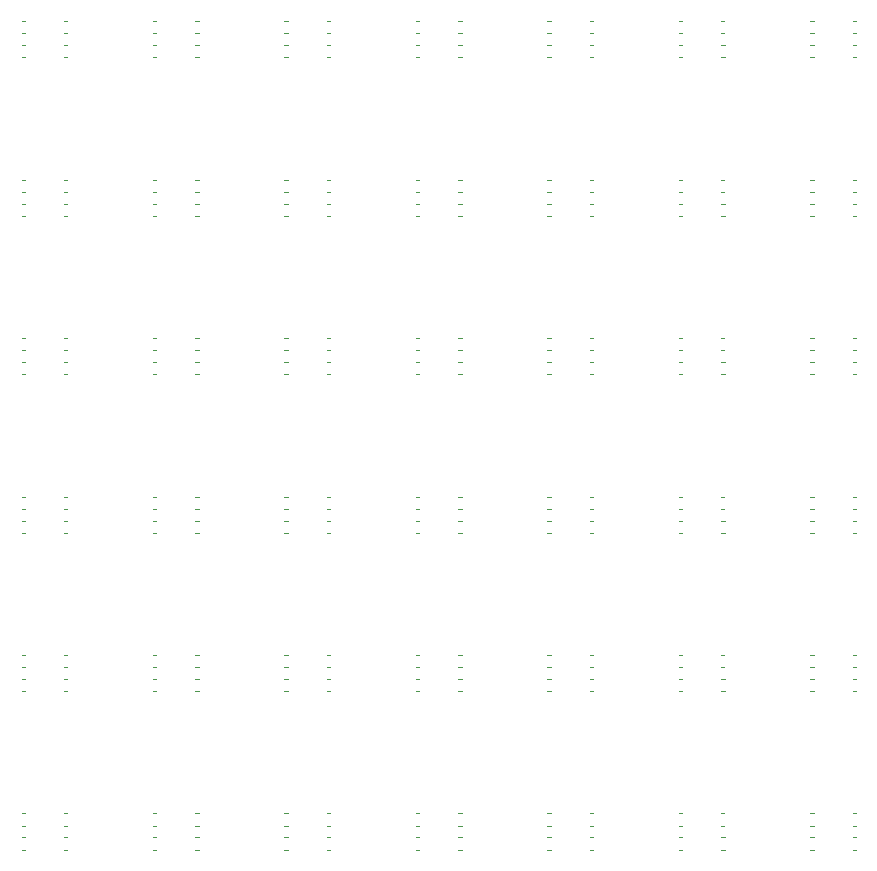
<source format=gbr>
%TF.GenerationSoftware,KiCad,Pcbnew,(6.0.5-0)*%
%TF.CreationDate,2022-12-26T11:12:43+01:00*%
%TF.ProjectId,panel,70616e65-6c2e-46b6-9963-61645f706362,rev?*%
%TF.SameCoordinates,Original*%
%TF.FileFunction,Legend,Bot*%
%TF.FilePolarity,Positive*%
%FSLAX46Y46*%
G04 Gerber Fmt 4.6, Leading zero omitted, Abs format (unit mm)*
G04 Created by KiCad (PCBNEW (6.0.5-0)) date 2022-12-26 11:12:43*
%MOMM*%
%LPD*%
G01*
G04 APERTURE LIST*
%ADD10C,0.120000*%
G04 APERTURE END LIST*
D10*
%TO.C,C1*%
X84626380Y-74369000D02*
X84345220Y-74369000D01*
X84626380Y-75389000D02*
X84345220Y-75389000D01*
X40114380Y-75389000D02*
X39833220Y-75389000D01*
X40114380Y-74369000D02*
X39833220Y-74369000D01*
%TO.C,C3*%
X87939620Y-21733000D02*
X88220780Y-21733000D01*
X87939620Y-20713000D02*
X88220780Y-20713000D01*
X43427620Y-47541000D02*
X43708780Y-47541000D01*
X43427620Y-48561000D02*
X43708780Y-48561000D01*
%TO.C,C1*%
X84626380Y-48561000D02*
X84345220Y-48561000D01*
X84626380Y-47541000D02*
X84345220Y-47541000D01*
%TO.C,C2*%
X84626380Y-85751000D02*
X84345220Y-85751000D01*
X84626380Y-86771000D02*
X84345220Y-86771000D01*
%TO.C,C3*%
X32299620Y-75389000D02*
X32580780Y-75389000D01*
X32299620Y-74369000D02*
X32580780Y-74369000D01*
%TO.C,C1*%
X28986380Y-61975000D02*
X28705220Y-61975000D01*
X28986380Y-60955000D02*
X28705220Y-60955000D01*
%TO.C,C2*%
X62370380Y-45509000D02*
X62089220Y-45509000D01*
X62370380Y-46529000D02*
X62089220Y-46529000D01*
%TO.C,C3*%
X65683620Y-21733000D02*
X65964780Y-21733000D01*
X65683620Y-20713000D02*
X65964780Y-20713000D01*
%TO.C,C2*%
X51242380Y-18681000D02*
X50961220Y-18681000D01*
X51242380Y-19701000D02*
X50961220Y-19701000D01*
%TO.C,C4*%
X32567780Y-32095000D02*
X32286620Y-32095000D01*
X32567780Y-33115000D02*
X32286620Y-33115000D01*
%TO.C,C1*%
X40114380Y-47541000D02*
X39833220Y-47541000D01*
X40114380Y-48561000D02*
X39833220Y-48561000D01*
%TO.C,C4*%
X43695780Y-72337000D02*
X43414620Y-72337000D01*
X43695780Y-73357000D02*
X43414620Y-73357000D01*
%TO.C,C2*%
X51242380Y-58923000D02*
X50961220Y-58923000D01*
X51242380Y-59943000D02*
X50961220Y-59943000D01*
%TO.C,C4*%
X88207780Y-72337000D02*
X87926620Y-72337000D01*
X88207780Y-73357000D02*
X87926620Y-73357000D01*
%TO.C,C1*%
X84626380Y-60955000D02*
X84345220Y-60955000D01*
X84626380Y-61975000D02*
X84345220Y-61975000D01*
%TO.C,C4*%
X77079780Y-46529000D02*
X76798620Y-46529000D01*
X77079780Y-45509000D02*
X76798620Y-45509000D01*
%TO.C,C3*%
X32299620Y-87783000D02*
X32580780Y-87783000D01*
X32299620Y-88803000D02*
X32580780Y-88803000D01*
%TO.C,C2*%
X40114380Y-58923000D02*
X39833220Y-58923000D01*
X40114380Y-59943000D02*
X39833220Y-59943000D01*
%TO.C,C4*%
X54823780Y-45509000D02*
X54542620Y-45509000D01*
X54823780Y-46529000D02*
X54542620Y-46529000D01*
X43695780Y-18681000D02*
X43414620Y-18681000D01*
X43695780Y-19701000D02*
X43414620Y-19701000D01*
X77079780Y-58923000D02*
X76798620Y-58923000D01*
X77079780Y-59943000D02*
X76798620Y-59943000D01*
%TO.C,C2*%
X28986380Y-33115000D02*
X28705220Y-33115000D01*
X28986380Y-32095000D02*
X28705220Y-32095000D01*
%TO.C,C3*%
X76811620Y-35147000D02*
X77092780Y-35147000D01*
X76811620Y-34127000D02*
X77092780Y-34127000D01*
%TO.C,C1*%
X40114380Y-20713000D02*
X39833220Y-20713000D01*
X40114380Y-21733000D02*
X39833220Y-21733000D01*
%TO.C,C2*%
X40114380Y-73357000D02*
X39833220Y-73357000D01*
X40114380Y-72337000D02*
X39833220Y-72337000D01*
%TO.C,C1*%
X28986380Y-34127000D02*
X28705220Y-34127000D01*
X28986380Y-35147000D02*
X28705220Y-35147000D01*
%TO.C,C4*%
X54823780Y-32095000D02*
X54542620Y-32095000D01*
X54823780Y-33115000D02*
X54542620Y-33115000D01*
%TO.C,C3*%
X76811620Y-88803000D02*
X77092780Y-88803000D01*
X76811620Y-87783000D02*
X77092780Y-87783000D01*
%TO.C,C1*%
X51242380Y-87783000D02*
X50961220Y-87783000D01*
X51242380Y-88803000D02*
X50961220Y-88803000D01*
X28986380Y-21733000D02*
X28705220Y-21733000D01*
X28986380Y-20713000D02*
X28705220Y-20713000D01*
%TO.C,C3*%
X65683620Y-87783000D02*
X65964780Y-87783000D01*
X65683620Y-88803000D02*
X65964780Y-88803000D01*
%TO.C,C4*%
X88207780Y-33115000D02*
X87926620Y-33115000D01*
X88207780Y-32095000D02*
X87926620Y-32095000D01*
%TO.C,C3*%
X76811620Y-21733000D02*
X77092780Y-21733000D01*
X76811620Y-20713000D02*
X77092780Y-20713000D01*
%TO.C,C2*%
X73498380Y-18681000D02*
X73217220Y-18681000D01*
X73498380Y-19701000D02*
X73217220Y-19701000D01*
%TO.C,C1*%
X84626380Y-20713000D02*
X84345220Y-20713000D01*
X84626380Y-21733000D02*
X84345220Y-21733000D01*
X51242380Y-21733000D02*
X50961220Y-21733000D01*
X51242380Y-20713000D02*
X50961220Y-20713000D01*
%TO.C,C2*%
X51242380Y-33115000D02*
X50961220Y-33115000D01*
X51242380Y-32095000D02*
X50961220Y-32095000D01*
%TO.C,C3*%
X87939620Y-61975000D02*
X88220780Y-61975000D01*
X87939620Y-60955000D02*
X88220780Y-60955000D01*
%TO.C,C2*%
X51242380Y-72337000D02*
X50961220Y-72337000D01*
X51242380Y-73357000D02*
X50961220Y-73357000D01*
%TO.C,C4*%
X88207780Y-85751000D02*
X87926620Y-85751000D01*
X88207780Y-86771000D02*
X87926620Y-86771000D01*
X43695780Y-32095000D02*
X43414620Y-32095000D01*
X43695780Y-33115000D02*
X43414620Y-33115000D01*
%TO.C,C3*%
X21171620Y-47541000D02*
X21452780Y-47541000D01*
X21171620Y-48561000D02*
X21452780Y-48561000D01*
%TO.C,C1*%
X73498380Y-60955000D02*
X73217220Y-60955000D01*
X73498380Y-61975000D02*
X73217220Y-61975000D01*
%TO.C,C4*%
X43695780Y-45509000D02*
X43414620Y-45509000D01*
X43695780Y-46529000D02*
X43414620Y-46529000D01*
%TO.C,C3*%
X87939620Y-47541000D02*
X88220780Y-47541000D01*
X87939620Y-48561000D02*
X88220780Y-48561000D01*
%TO.C,C2*%
X17858380Y-18681000D02*
X17577220Y-18681000D01*
X17858380Y-19701000D02*
X17577220Y-19701000D01*
X28986380Y-85751000D02*
X28705220Y-85751000D01*
X28986380Y-86771000D02*
X28705220Y-86771000D01*
%TO.C,C4*%
X65951780Y-72337000D02*
X65670620Y-72337000D01*
X65951780Y-73357000D02*
X65670620Y-73357000D01*
X54823780Y-72337000D02*
X54542620Y-72337000D01*
X54823780Y-73357000D02*
X54542620Y-73357000D01*
%TO.C,C2*%
X17858380Y-32095000D02*
X17577220Y-32095000D01*
X17858380Y-33115000D02*
X17577220Y-33115000D01*
%TO.C,C1*%
X17858380Y-60955000D02*
X17577220Y-60955000D01*
X17858380Y-61975000D02*
X17577220Y-61975000D01*
%TO.C,C2*%
X40114380Y-32095000D02*
X39833220Y-32095000D01*
X40114380Y-33115000D02*
X39833220Y-33115000D01*
%TO.C,C3*%
X54555620Y-87783000D02*
X54836780Y-87783000D01*
X54555620Y-88803000D02*
X54836780Y-88803000D01*
X87939620Y-88803000D02*
X88220780Y-88803000D01*
X87939620Y-87783000D02*
X88220780Y-87783000D01*
%TO.C,C1*%
X40114380Y-61975000D02*
X39833220Y-61975000D01*
X40114380Y-60955000D02*
X39833220Y-60955000D01*
%TO.C,C2*%
X73498380Y-58923000D02*
X73217220Y-58923000D01*
X73498380Y-59943000D02*
X73217220Y-59943000D01*
X17858380Y-73357000D02*
X17577220Y-73357000D01*
X17858380Y-72337000D02*
X17577220Y-72337000D01*
%TO.C,C3*%
X54555620Y-20713000D02*
X54836780Y-20713000D01*
X54555620Y-21733000D02*
X54836780Y-21733000D01*
%TO.C,C4*%
X21439780Y-73357000D02*
X21158620Y-73357000D01*
X21439780Y-72337000D02*
X21158620Y-72337000D01*
%TO.C,C3*%
X87939620Y-75389000D02*
X88220780Y-75389000D01*
X87939620Y-74369000D02*
X88220780Y-74369000D01*
%TO.C,C1*%
X17858380Y-35147000D02*
X17577220Y-35147000D01*
X17858380Y-34127000D02*
X17577220Y-34127000D01*
%TO.C,C4*%
X88207780Y-46529000D02*
X87926620Y-46529000D01*
X88207780Y-45509000D02*
X87926620Y-45509000D01*
%TO.C,C2*%
X84626380Y-59943000D02*
X84345220Y-59943000D01*
X84626380Y-58923000D02*
X84345220Y-58923000D01*
%TO.C,C4*%
X21439780Y-32095000D02*
X21158620Y-32095000D01*
X21439780Y-33115000D02*
X21158620Y-33115000D01*
%TO.C,C3*%
X54555620Y-75389000D02*
X54836780Y-75389000D01*
X54555620Y-74369000D02*
X54836780Y-74369000D01*
%TO.C,C4*%
X32567780Y-86771000D02*
X32286620Y-86771000D01*
X32567780Y-85751000D02*
X32286620Y-85751000D01*
%TO.C,C2*%
X62370380Y-33115000D02*
X62089220Y-33115000D01*
X62370380Y-32095000D02*
X62089220Y-32095000D01*
%TO.C,C3*%
X32299620Y-61975000D02*
X32580780Y-61975000D01*
X32299620Y-60955000D02*
X32580780Y-60955000D01*
%TO.C,C4*%
X54823780Y-18681000D02*
X54542620Y-18681000D01*
X54823780Y-19701000D02*
X54542620Y-19701000D01*
%TO.C,C2*%
X62370380Y-73357000D02*
X62089220Y-73357000D01*
X62370380Y-72337000D02*
X62089220Y-72337000D01*
%TO.C,C1*%
X62370380Y-20713000D02*
X62089220Y-20713000D01*
X62370380Y-21733000D02*
X62089220Y-21733000D01*
%TO.C,C2*%
X28986380Y-18681000D02*
X28705220Y-18681000D01*
X28986380Y-19701000D02*
X28705220Y-19701000D01*
%TO.C,C1*%
X51242380Y-34127000D02*
X50961220Y-34127000D01*
X51242380Y-35147000D02*
X50961220Y-35147000D01*
%TO.C,C2*%
X84626380Y-46529000D02*
X84345220Y-46529000D01*
X84626380Y-45509000D02*
X84345220Y-45509000D01*
%TO.C,C1*%
X40114380Y-87783000D02*
X39833220Y-87783000D01*
X40114380Y-88803000D02*
X39833220Y-88803000D01*
%TO.C,C3*%
X43427620Y-60955000D02*
X43708780Y-60955000D01*
X43427620Y-61975000D02*
X43708780Y-61975000D01*
%TO.C,C4*%
X77079780Y-33115000D02*
X76798620Y-33115000D01*
X77079780Y-32095000D02*
X76798620Y-32095000D01*
%TO.C,C1*%
X73498380Y-47541000D02*
X73217220Y-47541000D01*
X73498380Y-48561000D02*
X73217220Y-48561000D01*
X28986380Y-48561000D02*
X28705220Y-48561000D01*
X28986380Y-47541000D02*
X28705220Y-47541000D01*
%TO.C,C4*%
X43695780Y-85751000D02*
X43414620Y-85751000D01*
X43695780Y-86771000D02*
X43414620Y-86771000D01*
%TO.C,C2*%
X84626380Y-72337000D02*
X84345220Y-72337000D01*
X84626380Y-73357000D02*
X84345220Y-73357000D01*
%TO.C,C4*%
X77079780Y-86771000D02*
X76798620Y-86771000D01*
X77079780Y-85751000D02*
X76798620Y-85751000D01*
X43695780Y-58923000D02*
X43414620Y-58923000D01*
X43695780Y-59943000D02*
X43414620Y-59943000D01*
%TO.C,C3*%
X21171620Y-87783000D02*
X21452780Y-87783000D01*
X21171620Y-88803000D02*
X21452780Y-88803000D01*
%TO.C,C1*%
X84626380Y-88803000D02*
X84345220Y-88803000D01*
X84626380Y-87783000D02*
X84345220Y-87783000D01*
%TO.C,C2*%
X51242380Y-86771000D02*
X50961220Y-86771000D01*
X51242380Y-85751000D02*
X50961220Y-85751000D01*
%TO.C,C1*%
X51242380Y-48561000D02*
X50961220Y-48561000D01*
X51242380Y-47541000D02*
X50961220Y-47541000D01*
%TO.C,C3*%
X21171620Y-20713000D02*
X21452780Y-20713000D01*
X21171620Y-21733000D02*
X21452780Y-21733000D01*
%TO.C,C2*%
X17858380Y-86771000D02*
X17577220Y-86771000D01*
X17858380Y-85751000D02*
X17577220Y-85751000D01*
%TO.C,C4*%
X32567780Y-19701000D02*
X32286620Y-19701000D01*
X32567780Y-18681000D02*
X32286620Y-18681000D01*
%TO.C,C1*%
X62370380Y-87783000D02*
X62089220Y-87783000D01*
X62370380Y-88803000D02*
X62089220Y-88803000D01*
%TO.C,C4*%
X21439780Y-19701000D02*
X21158620Y-19701000D01*
X21439780Y-18681000D02*
X21158620Y-18681000D01*
%TO.C,C1*%
X73498380Y-87783000D02*
X73217220Y-87783000D01*
X73498380Y-88803000D02*
X73217220Y-88803000D01*
%TO.C,C3*%
X65683620Y-60955000D02*
X65964780Y-60955000D01*
X65683620Y-61975000D02*
X65964780Y-61975000D01*
%TO.C,C4*%
X32567780Y-59943000D02*
X32286620Y-59943000D01*
X32567780Y-58923000D02*
X32286620Y-58923000D01*
%TO.C,C3*%
X65683620Y-47541000D02*
X65964780Y-47541000D01*
X65683620Y-48561000D02*
X65964780Y-48561000D01*
X32299620Y-47541000D02*
X32580780Y-47541000D01*
X32299620Y-48561000D02*
X32580780Y-48561000D01*
%TO.C,C1*%
X28986380Y-87783000D02*
X28705220Y-87783000D01*
X28986380Y-88803000D02*
X28705220Y-88803000D01*
%TO.C,C3*%
X54555620Y-61975000D02*
X54836780Y-61975000D01*
X54555620Y-60955000D02*
X54836780Y-60955000D01*
%TO.C,C2*%
X73498380Y-73357000D02*
X73217220Y-73357000D01*
X73498380Y-72337000D02*
X73217220Y-72337000D01*
X28986380Y-46529000D02*
X28705220Y-46529000D01*
X28986380Y-45509000D02*
X28705220Y-45509000D01*
%TO.C,C1*%
X62370380Y-60955000D02*
X62089220Y-60955000D01*
X62370380Y-61975000D02*
X62089220Y-61975000D01*
%TO.C,C3*%
X87939620Y-35147000D02*
X88220780Y-35147000D01*
X87939620Y-34127000D02*
X88220780Y-34127000D01*
%TO.C,C2*%
X28986380Y-59943000D02*
X28705220Y-59943000D01*
X28986380Y-58923000D02*
X28705220Y-58923000D01*
%TO.C,C3*%
X32299620Y-20713000D02*
X32580780Y-20713000D01*
X32299620Y-21733000D02*
X32580780Y-21733000D01*
X43427620Y-35147000D02*
X43708780Y-35147000D01*
X43427620Y-34127000D02*
X43708780Y-34127000D01*
%TO.C,C4*%
X54823780Y-86771000D02*
X54542620Y-86771000D01*
X54823780Y-85751000D02*
X54542620Y-85751000D01*
%TO.C,C3*%
X21171620Y-75389000D02*
X21452780Y-75389000D01*
X21171620Y-74369000D02*
X21452780Y-74369000D01*
%TO.C,C2*%
X40114380Y-18681000D02*
X39833220Y-18681000D01*
X40114380Y-19701000D02*
X39833220Y-19701000D01*
X73498380Y-32095000D02*
X73217220Y-32095000D01*
X73498380Y-33115000D02*
X73217220Y-33115000D01*
%TO.C,C3*%
X21171620Y-35147000D02*
X21452780Y-35147000D01*
X21171620Y-34127000D02*
X21452780Y-34127000D01*
%TO.C,C1*%
X73498380Y-75389000D02*
X73217220Y-75389000D01*
X73498380Y-74369000D02*
X73217220Y-74369000D01*
%TO.C,C3*%
X54555620Y-47541000D02*
X54836780Y-47541000D01*
X54555620Y-48561000D02*
X54836780Y-48561000D01*
%TO.C,C2*%
X51242380Y-46529000D02*
X50961220Y-46529000D01*
X51242380Y-45509000D02*
X50961220Y-45509000D01*
%TO.C,C3*%
X43427620Y-75389000D02*
X43708780Y-75389000D01*
X43427620Y-74369000D02*
X43708780Y-74369000D01*
%TO.C,C4*%
X65951780Y-85751000D02*
X65670620Y-85751000D01*
X65951780Y-86771000D02*
X65670620Y-86771000D01*
%TO.C,C1*%
X17858380Y-74369000D02*
X17577220Y-74369000D01*
X17858380Y-75389000D02*
X17577220Y-75389000D01*
%TO.C,C3*%
X43427620Y-87783000D02*
X43708780Y-87783000D01*
X43427620Y-88803000D02*
X43708780Y-88803000D01*
%TO.C,C4*%
X54823780Y-59943000D02*
X54542620Y-59943000D01*
X54823780Y-58923000D02*
X54542620Y-58923000D01*
X77079780Y-18681000D02*
X76798620Y-18681000D01*
X77079780Y-19701000D02*
X76798620Y-19701000D01*
%TO.C,C2*%
X62370380Y-86771000D02*
X62089220Y-86771000D01*
X62370380Y-85751000D02*
X62089220Y-85751000D01*
X84626380Y-18681000D02*
X84345220Y-18681000D01*
X84626380Y-19701000D02*
X84345220Y-19701000D01*
%TO.C,C1*%
X51242380Y-60955000D02*
X50961220Y-60955000D01*
X51242380Y-61975000D02*
X50961220Y-61975000D01*
%TO.C,C2*%
X17858380Y-45509000D02*
X17577220Y-45509000D01*
X17858380Y-46529000D02*
X17577220Y-46529000D01*
X40114380Y-45509000D02*
X39833220Y-45509000D01*
X40114380Y-46529000D02*
X39833220Y-46529000D01*
%TO.C,C4*%
X21439780Y-86771000D02*
X21158620Y-86771000D01*
X21439780Y-85751000D02*
X21158620Y-85751000D01*
X65951780Y-19701000D02*
X65670620Y-19701000D01*
X65951780Y-18681000D02*
X65670620Y-18681000D01*
%TO.C,C1*%
X62370380Y-75389000D02*
X62089220Y-75389000D01*
X62370380Y-74369000D02*
X62089220Y-74369000D01*
%TO.C,C2*%
X28986380Y-73357000D02*
X28705220Y-73357000D01*
X28986380Y-72337000D02*
X28705220Y-72337000D01*
%TO.C,C1*%
X40114380Y-35147000D02*
X39833220Y-35147000D01*
X40114380Y-34127000D02*
X39833220Y-34127000D01*
X84626380Y-35147000D02*
X84345220Y-35147000D01*
X84626380Y-34127000D02*
X84345220Y-34127000D01*
%TO.C,C4*%
X32567780Y-46529000D02*
X32286620Y-46529000D01*
X32567780Y-45509000D02*
X32286620Y-45509000D01*
X65951780Y-46529000D02*
X65670620Y-46529000D01*
X65951780Y-45509000D02*
X65670620Y-45509000D01*
%TO.C,C1*%
X62370380Y-48561000D02*
X62089220Y-48561000D01*
X62370380Y-47541000D02*
X62089220Y-47541000D01*
%TO.C,C2*%
X17858380Y-58923000D02*
X17577220Y-58923000D01*
X17858380Y-59943000D02*
X17577220Y-59943000D01*
%TO.C,C3*%
X65683620Y-74369000D02*
X65964780Y-74369000D01*
X65683620Y-75389000D02*
X65964780Y-75389000D01*
%TO.C,C4*%
X88207780Y-18681000D02*
X87926620Y-18681000D01*
X88207780Y-19701000D02*
X87926620Y-19701000D01*
%TO.C,C2*%
X84626380Y-33115000D02*
X84345220Y-33115000D01*
X84626380Y-32095000D02*
X84345220Y-32095000D01*
%TO.C,C1*%
X17858380Y-47541000D02*
X17577220Y-47541000D01*
X17858380Y-48561000D02*
X17577220Y-48561000D01*
%TO.C,C4*%
X65951780Y-59943000D02*
X65670620Y-59943000D01*
X65951780Y-58923000D02*
X65670620Y-58923000D01*
%TO.C,C3*%
X43427620Y-20713000D02*
X43708780Y-20713000D01*
X43427620Y-21733000D02*
X43708780Y-21733000D01*
X65683620Y-35147000D02*
X65964780Y-35147000D01*
X65683620Y-34127000D02*
X65964780Y-34127000D01*
%TO.C,C4*%
X21439780Y-45509000D02*
X21158620Y-45509000D01*
X21439780Y-46529000D02*
X21158620Y-46529000D01*
%TO.C,C3*%
X54555620Y-35147000D02*
X54836780Y-35147000D01*
X54555620Y-34127000D02*
X54836780Y-34127000D01*
%TO.C,C1*%
X28986380Y-74369000D02*
X28705220Y-74369000D01*
X28986380Y-75389000D02*
X28705220Y-75389000D01*
X17858380Y-20713000D02*
X17577220Y-20713000D01*
X17858380Y-21733000D02*
X17577220Y-21733000D01*
%TO.C,C4*%
X32567780Y-73357000D02*
X32286620Y-73357000D01*
X32567780Y-72337000D02*
X32286620Y-72337000D01*
%TO.C,C1*%
X62370380Y-34127000D02*
X62089220Y-34127000D01*
X62370380Y-35147000D02*
X62089220Y-35147000D01*
%TO.C,C2*%
X62370380Y-58923000D02*
X62089220Y-58923000D01*
X62370380Y-59943000D02*
X62089220Y-59943000D01*
%TO.C,C1*%
X73498380Y-34127000D02*
X73217220Y-34127000D01*
X73498380Y-35147000D02*
X73217220Y-35147000D01*
%TO.C,C3*%
X76811620Y-60955000D02*
X77092780Y-60955000D01*
X76811620Y-61975000D02*
X77092780Y-61975000D01*
%TO.C,C2*%
X73498380Y-46529000D02*
X73217220Y-46529000D01*
X73498380Y-45509000D02*
X73217220Y-45509000D01*
%TO.C,C1*%
X73498380Y-20713000D02*
X73217220Y-20713000D01*
X73498380Y-21733000D02*
X73217220Y-21733000D01*
X17858380Y-88803000D02*
X17577220Y-88803000D01*
X17858380Y-87783000D02*
X17577220Y-87783000D01*
%TO.C,C4*%
X77079780Y-73357000D02*
X76798620Y-73357000D01*
X77079780Y-72337000D02*
X76798620Y-72337000D01*
%TO.C,C2*%
X73498380Y-85751000D02*
X73217220Y-85751000D01*
X73498380Y-86771000D02*
X73217220Y-86771000D01*
X40114380Y-85751000D02*
X39833220Y-85751000D01*
X40114380Y-86771000D02*
X39833220Y-86771000D01*
X62370380Y-19701000D02*
X62089220Y-19701000D01*
X62370380Y-18681000D02*
X62089220Y-18681000D01*
%TO.C,C3*%
X76811620Y-47541000D02*
X77092780Y-47541000D01*
X76811620Y-48561000D02*
X77092780Y-48561000D01*
X32299620Y-34127000D02*
X32580780Y-34127000D01*
X32299620Y-35147000D02*
X32580780Y-35147000D01*
%TO.C,C4*%
X21439780Y-59943000D02*
X21158620Y-59943000D01*
X21439780Y-58923000D02*
X21158620Y-58923000D01*
%TO.C,C3*%
X76811620Y-75389000D02*
X77092780Y-75389000D01*
X76811620Y-74369000D02*
X77092780Y-74369000D01*
%TO.C,C1*%
X51242380Y-74369000D02*
X50961220Y-74369000D01*
X51242380Y-75389000D02*
X50961220Y-75389000D01*
%TO.C,C4*%
X65951780Y-33115000D02*
X65670620Y-33115000D01*
X65951780Y-32095000D02*
X65670620Y-32095000D01*
X88207780Y-59943000D02*
X87926620Y-59943000D01*
X88207780Y-58923000D02*
X87926620Y-58923000D01*
%TO.C,C3*%
X21171620Y-60955000D02*
X21452780Y-60955000D01*
X21171620Y-61975000D02*
X21452780Y-61975000D01*
%TD*%
M02*

</source>
